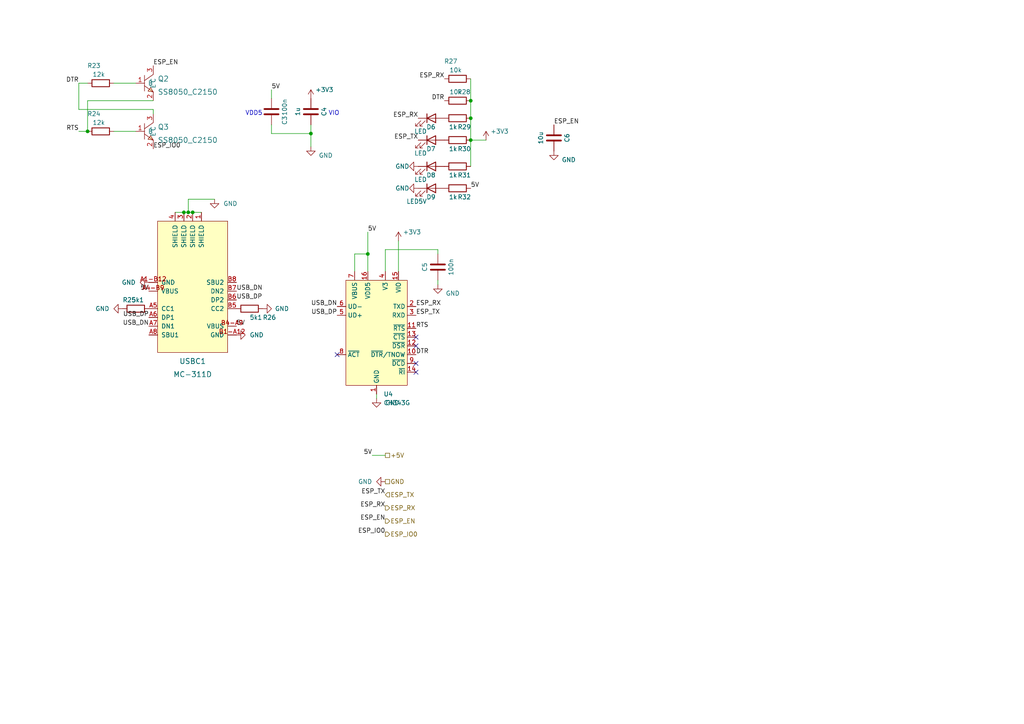
<source format=kicad_sch>
(kicad_sch (version 20230121) (generator eeschema)
  (paper "A4")
  (lib_symbols
    (symbol "Device:C" (pin_numbers hide) (pin_names (offset 0.254))
      (property "Reference" "C" (at 0.635 2.54 0))
      (property "Value" "C" (at 0.635 -2.54 0))
      (symbol "C_0_1"
        (polyline (pts (xy -2.032 -0.762) (xy 2.032 -0.762)) (stroke (width 0.508)))
        (polyline (pts (xy -2.032 0.762) (xy 2.032 0.762)) (stroke (width 0.508)))
      )
      (symbol "C_1_1"
        (pin passive line (at 0 3.81 270) (length 2.794) (name "~") (number "1"))
        (pin passive line (at 0 -3.81 90) (length 2.794) (name "~") (number "2"))
      )
    )
    (symbol "Device:LED" (pin_numbers hide) (pin_names (offset 1.016) hide)
      (property "Reference" "D" (at 0 2.54 0))
      (property "Value" "LED" (at 0 -2.54 0))
      (symbol "LED_0_1"
        (polyline (pts (xy -1.27 -1.27) (xy -1.27 1.27)) (stroke (width 0.254)))
        (polyline (pts (xy -1.27 0) (xy 1.27 0)))
        (polyline (pts (xy 1.27 -1.27) (xy 1.27 1.27) (xy -1.27 0) (xy 1.27 -1.27)) (stroke (width 0.254)))
        (polyline (pts (xy -3.048 -0.762) (xy -4.572 -2.286) (xy -3.81 -2.286) (xy -4.572 -2.286) (xy -4.572 -1.524)))
        (polyline (pts (xy -1.778 -0.762) (xy -3.302 -2.286) (xy -2.54 -2.286) (xy -3.302 -2.286) (xy -3.302 -1.524)))
      )
      (symbol "LED_1_1"
        (pin passive line (at -3.81 0 0) (length 2.54) (name "K") (number "1"))
        (pin passive line (at 3.81 0 180) (length 2.54) (name "A") (number "2"))
      )
    )
    (symbol "Device:R" (pin_numbers hide) (pin_names (offset 0))
      (property "Reference" "R" (at 2.032 0 90))
      (property "Value" "R" (at 0 0 90))
      (symbol "R_0_1"
        (rectangle (start -1.016 -2.54) (end 1.016 2.54) (stroke (width 0.254)))
      )
      (symbol "R_1_1"
        (pin passive line (at 0 3.81 270) (length 1.27) (name "~") (number "1"))
        (pin passive line (at 0 -3.81 90) (length 1.27) (name "~") (number "2"))
      )
    )
    (symbol "SS8050:SS8050_C2150" (pin_names (offset 1.016))
      (property "Reference" "Q?" (at 0 10.16 0))
      (property "Value" "SS8050_C2150" (at 0 -10.16 0))
      (symbol "SS8050_C2150_1_1"
        (polyline (pts (xy -2.54 -0.762) (xy 0 -2.54)))
        (polyline (pts (xy -2.54 2.286) (xy -2.54 -2.286)))
        (polyline (pts (xy 0 2.54) (xy -2.54 0.762)))
        (polyline (pts (xy 0 -2.54) (xy -0.762 -1.27) (xy -1.524 -2.286) (xy 0 -2.54)) (fill (type background)))
        (pin unspecified line (at -5.08 0 0) (length 2.54) (name "B") (number "1"))
        (pin unspecified line (at 0 -5.08 90) (length 2.54) (name "E") (number "2"))
        (pin unspecified line (at 0 5.08 270) (length 2.54) (name "C") (number "3"))
      )
    )
    (symbol "power:+3.3V" (power) (pin_names (offset 0))
      (property "Value" "+3.3V" (at 0 3.556 0))
      (symbol "+3.3V_0_1"
        (polyline (pts (xy -0.762 1.27) (xy 0 2.54)))
        (polyline (pts (xy 0 0) (xy 0 2.54)))
        (polyline (pts (xy 0 2.54) (xy 0.762 1.27)))
      )
      (symbol "+3.3V_1_1"
        (pin power_in line (at 0 0 90) (length 0) hide (name "+3V3") (number "1"))
      )
    )
    (symbol "power:GND" (power) (pin_names (offset 0))
      (property "Value" "GND" (at 0 -3.81 0))
      (symbol "GND_0_1"
        (polyline (pts (xy 0 0) (xy 0 -1.27) (xy 1.27 -1.27) (xy 0 -2.54) (xy -1.27 -1.27) (xy 0 -1.27)))
      )
      (symbol "GND_1_1"
        (pin power_in line (at 0 0 270) (length 0) hide (name "GND") (number "1"))
      )
    )
    (symbol "usb_c_bobby:MC-311D" (pin_names (offset 1.016))
      (property "Reference" "USBC?" (at 0 24.13 0))
      (property "Value" "MC-311D" (at 0 -21.59 0))
      (symbol "MC-311D_1_1"
        (rectangle (start -10.16 16.51) (end 10.16 -21.59) (fill (type background)))
        (pin unspecified line (at 2.54 19.05 270) (length 2.54) (name "SHIELD") (number "1"))
        (pin unspecified line (at 0 19.05 270) (length 2.54) (name "SHIELD") (number "2"))
        (pin unspecified line (at -2.54 19.05 270) (length 2.54) (name "SHIELD") (number "3"))
        (pin unspecified line (at -5.08 19.05 270) (length 2.54) (name "SHIELD") (number "4"))
        (pin unspecified line (at -12.7 -1.27 0) (length 2.54) (name "GND") (number "A1-B12"))
        (pin unspecified line (at -12.7 -3.81 0) (length 2.54) (name "VBUS") (number "A4-B9"))
        (pin unspecified line (at -12.7 -8.89 0) (length 2.54) (name "CC1") (number "A5"))
        (pin unspecified line (at -12.7 -11.43 0) (length 2.54) (name "DP1") (number "A6"))
        (pin unspecified line (at -12.7 -13.97 0) (length 2.54) (name "DN1") (number "A7"))
        (pin unspecified line (at -12.7 -16.51 0) (length 2.54) (name "SBU1") (number "A8"))
        (pin unspecified line (at 12.7 -16.51 180) (length 2.54) (name "GND") (number "B1-A12"))
        (pin unspecified line (at 12.7 -13.97 180) (length 2.54) (name "VBUS") (number "B4-A9"))
        (pin unspecified line (at 12.7 -8.89 180) (length 2.54) (name "CC2") (number "B5"))
        (pin unspecified line (at 12.7 -6.35 180) (length 2.54) (name "DP2") (number "B6"))
        (pin unspecified line (at 12.7 -3.81 180) (length 2.54) (name "DN2") (number "B7"))
        (pin unspecified line (at 12.7 -1.27 180) (length 2.54) (name "SBU2") (number "B8"))
      )
    )
    (symbol "wch-usb-uart:CH343G"
      (property "Reference" "U" (at 6.35 -17.78 0))
      (property "Value" "CH343G" (at 6.35 -20.32 0))
      (symbol "CH343G_0_1"
        (rectangle (start -8.89 15.24) (end 8.89 -15.24) (stroke (width 0.1524)) (fill (type background)))
      )
      (symbol "CH343G_1_1"
        (pin passive line (at 0 -17.78 90) (length 2.54) (name "GND") (number "1"))
        (pin output line (at 11.43 -6.35 180) (length 2.54) (name "~{DTR}/TNOW") (number "10"))
        (pin output line (at 11.43 1.27 180) (length 2.54) (name "~{RTS}") (number "11"))
        (pin input line (at 11.43 -3.81 180) (length 2.54) (name "~{DSR}") (number "12"))
        (pin input line (at 11.43 -1.27 180) (length 2.54) (name "~{CTS}") (number "13"))
        (pin input line (at 11.43 -11.43 180) (length 2.54) (name "~{RI}") (number "14"))
        (pin power_in line (at 6.35 17.78 270) (length 2.54) (name "VIO") (number "15"))
        (pin power_in line (at -2.54 17.78 270) (length 2.54) (name "VDD5") (number "16"))
        (pin output line (at 11.43 7.62 180) (length 2.54) (name "TXD") (number "2"))
        (pin input line (at 11.43 5.08 180) (length 2.54) (name "RXD") (number "3"))
        (pin power_in line (at 2.54 17.78 270) (length 2.54) (name "V3") (number "4"))
        (pin bidirectional line (at -11.43 5.08 0) (length 2.54) (name "UD+") (number "5"))
        (pin bidirectional line (at -11.43 7.62 0) (length 2.54) (name "UD-") (number "6"))
        (pin input line (at -6.35 17.78 270) (length 2.54) (name "VBUS") (number "7"))
        (pin output line (at -11.43 -6.35 0) (length 2.54) (name "~{ACT}") (number "8"))
        (pin input line (at 11.43 -8.89 180) (length 2.54) (name "~{DCD}") (number "9"))
      )
    )
  )
  (junction (at 90.17 38.735))
  (junction (at 136.525 40.64))
  (junction (at 55.88 61.595))
  (junction (at 136.525 29.21))
  (junction (at 54.61 61.595))
  (junction (at 136.525 34.29))
  (junction (at 25.4 38.1))
  (junction (at 106.68 73.66))
  (junction (at 53.34 61.595))
  (no_connect (at 120.65 107.95))
  (no_connect (at 120.65 105.41))
  (no_connect (at 120.65 97.79))
  (no_connect (at 120.65 100.33))
  (no_connect (at 97.79 102.87))
  (wire (pts (xy 111.76 72.39) (xy 127 72.39)))
  (wire (pts (xy 106.68 67.31) (xy 106.68 73.66)))
  (wire (pts (xy 22.86 24.13) (xy 22.86 31.75)))
  (wire (pts (xy 102.87 73.66) (xy 102.87 78.74)))
  (wire (pts (xy 115.57 69.85) (xy 115.57 78.74)))
  (wire (pts (xy 78.74 26.035) (xy 78.74 28.575)))
  (wire (pts (xy 33.02 38.1) (xy 39.37 38.1)))
  (wire (pts (xy 22.86 31.75) (xy 44.45 31.75)))
  (wire (pts (xy 44.45 29.21) (xy 25.4 29.21)))
  (wire (pts (xy 90.17 38.735) (xy 90.17 42.545)))
  (wire (pts (xy 53.34 61.595) (xy 50.8 61.595)))
  (wire (pts (xy 127 72.39) (xy 127 73.66)))
  (wire (pts (xy 44.45 31.75) (xy 44.45 33.02)))
  (wire (pts (xy 25.4 29.21) (xy 25.4 38.1)))
  (wire (pts (xy 109.22 114.3) (xy 109.22 115.57)))
  (wire (pts (xy 54.61 57.785) (xy 54.61 61.595)))
  (wire (pts (xy 107.95 132.08) (xy 111.76 132.08)))
  (wire (pts (xy 127 81.28) (xy 127 82.55)))
  (wire (pts (xy 33.02 24.13) (xy 39.37 24.13)))
  (wire (pts (xy 54.61 61.595) (xy 53.34 61.595)))
  (wire (pts (xy 55.88 61.595) (xy 58.42 61.595)))
  (wire (pts (xy 22.86 38.1) (xy 25.4 38.1)))
  (wire (pts (xy 78.74 38.735) (xy 90.17 38.735)))
  (wire (pts (xy 106.68 73.66) (xy 106.68 78.74)))
  (wire (pts (xy 22.86 24.13) (xy 25.4 24.13)))
  (wire (pts (xy 136.525 22.86) (xy 136.525 29.21)))
  (wire (pts (xy 111.76 72.39) (xy 111.76 78.74)))
  (wire (pts (xy 106.68 73.66) (xy 102.87 73.66)))
  (wire (pts (xy 54.61 57.785) (xy 62.23 57.785)))
  (wire (pts (xy 136.525 40.64) (xy 136.525 48.26)))
  (wire (pts (xy 136.525 40.64) (xy 140.97 40.64)))
  (wire (pts (xy 136.525 29.21) (xy 136.525 34.29)))
  (wire (pts (xy 90.17 36.195) (xy 90.17 38.735)))
  (wire (pts (xy 136.525 34.29) (xy 136.525 40.64)))
  (wire (pts (xy 78.74 36.195) (xy 78.74 38.735)))
  (wire (pts (xy 54.61 61.595) (xy 55.88 61.595)))
  (text "VDD5" (at 71.12 33.655 0) (effects (font (size 1.27 1.27)) (justify left bottom)))
  (text "VIO" (at 95.25 33.655 0) (effects (font (size 1.27 1.27)) (justify left bottom)))
  (label "ESP_RX" (at 128.905 22.86 180))
  (label "ESP_TX" (at 121.285 40.64 180))
  (label "DTR" (at 120.65 102.87 0))
  (label "ESP_EN" (at 111.76 151.13 180))
  (label "ESP_TX" (at 120.65 91.44 0))
  (label "ESP_RX" (at 111.76 147.32 180))
  (label "ESP_RX" (at 121.285 34.29 180))
  (label "ESP_RX" (at 120.65 88.9 0))
  (label "ESP_EN" (at 44.45 19.05 0))
  (label "USB_DP" (at 97.79 91.44 180))
  (label "5V" (at 136.525 54.61 0))
  (label "ESP_TX" (at 111.76 143.51 180))
  (label "5V" (at 68.58 94.615 0))
  (label "RTS" (at 120.65 95.25 0))
  (label "5V" (at 43.18 84.455 180))
  (label "DTR" (at 128.905 29.21 180))
  (label "USB_DN" (at 68.58 84.455 0))
  (label "USB_DP" (at 43.18 92.075 180))
  (label "5V" (at 106.68 67.31 0))
  (label "RTS" (at 22.86 38.1 180))
  (label "ESP_IO0" (at 111.76 154.94 180))
  (label "ESP_IO0" (at 44.45 43.18 0))
  (label "ESP_EN" (at 160.655 36.195 0))
  (label "5V" (at 107.95 132.08 180))
  (label "5V" (at 78.74 26.035 0))
  (label "USB_DP" (at 68.58 86.995 0))
  (label "USB_DN" (at 97.79 88.9 180))
  (label "USB_DN" (at 43.18 94.615 180))
  (label "DTR" (at 22.86 24.13 180))
  (hierarchical_label "ESP_TX" (shape input) (at 111.76 143.51 0))
  (hierarchical_label "ESP_IO0" (shape output) (at 111.76 154.94 0))
  (hierarchical_label "ESP_RX" (shape output) (at 111.76 147.32 0))
  (hierarchical_label "ESP_EN" (shape output) (at 111.76 151.13 0))
  (hierarchical_label "+5V" (shape passive) (at 111.76 132.08 0))
  (hierarchical_label "GND" (shape passive) (at 111.76 139.7 0))
  (symbol (lib_id "Device:R") (at 132.715 40.64 270) (unit 1)
    (property "Reference" "R30" (at 132.715 43.18 90) (effects (justify left)))
    (property "Value" "1k" (at 130.175 43.18 90) (effects (justify left)))
    (property "Footprint" "Resistor_SMD:R_0402_1005Metric" (effects hide))
    (property "LCSC Part #" "C11702" (effects hide))
    (instances (project "obs-studio-controller" (path "" (reference "R30") (unit 1))) (project "boardcomputer-reinvented" (path "" (reference "R8") (unit 1)) (path "" (reference "R19") (unit 1))))
  )
  (symbol (lib_id "power:+3.3V") (at 140.97 40.64 0) (unit 1)
    (property "Reference" "#PWR0134" (effects hide))
    (property "Value" "+3.3V" (at 142.24 38.1 0) (effects (justify left)))
    (instances (project "obs-studio-controller" (path "" (reference "#PWR0134") (unit 1))) (project "boardcomputer-reinvented" (path "" (reference "#PWR014") (unit 1)) (path "" (reference "#PWR034") (unit 1))))
  )
  (symbol (lib_id "Device:LED") (at 125.095 48.26 0) (unit 1)
    (property "Reference" "D8" (at 126.365 50.8 0) (effects (justify right)))
    (property "Value" "LED" (at 123.825 52.07 0) (effects (justify right)))
    (property "Footprint" "LED_SMD:LED_0603_1608Metric" (effects hide))
    (property "LCSC Part #" "C2286" (effects hide))
    (instances (project "obs-studio-controller" (path "" (reference "D8") (unit 1))) (project "boardcomputer-reinvented" (path "" (reference "D3") (unit 1)) (path "" (reference "D7") (unit 1))))
  )
  (symbol (lib_id "Device:C") (at 160.655 40.005 180) (unit 1)
    (property "Reference" "C6" (at 164.465 40.005 90))
    (property "Value" "10u" (at 156.845 40.005 90))
    (property "Footprint" "Capacitor_SMD:C_0603_1608Metric" (effects hide))
    (property "LCSC Part #" "C96446" (effects hide))
    (instances (project "obs-studio-controller" (path "" (reference "C6") (unit 1))) (project "boardcomputer-reinvented" (path "" (reference "C4") (unit 1)) (path "" (reference "C10") (unit 1))))
  )
  (symbol (lib_id "Device:R") (at 132.715 22.86 90) (unit 1)
    (property "Reference" "R27" (at 132.715 17.78 90) (effects (justify left)))
    (property "Value" "10k" (at 133.985 20.32 90) (effects (justify left)))
    (property "Footprint" "Resistor_SMD:R_0402_1005Metric" (effects hide))
    (property "LCSC Part #" "C25744" (effects hide))
    (instances (project "obs-studio-controller" (path "" (reference "R27") (unit 1))) (project "boardcomputer-reinvented" (path "" (reference "R5") (unit 1)) (path "" (reference "R16") (unit 1))))
  )
  (symbol (lib_id "Device:LED") (at 125.095 54.61 0) (unit 1)
    (property "Reference" "D9" (at 126.365 57.15 0) (effects (justify right)))
    (property "Value" "LED5V" (at 123.825 58.42 0) (effects (justify right)))
    (property "Footprint" "LED_SMD:LED_0603_1608Metric" (effects hide))
    (property "LCSC Part #" "C72043" (effects hide))
    (instances (project "obs-studio-controller" (path "" (reference "D9") (unit 1))) (project "boardcomputer-reinvented" (path "" (reference "D4") (unit 1)) (path "" (reference "D8") (unit 1))))
  )
  (symbol (lib_id "power:GND") (at 111.76 139.7 270) (unit 1)
    (property "Reference" "#PWR0127" (effects hide))
    (property "Value" "GND" (at 107.95 139.7 90) (effects (justify right)))
    (instances (project "obs-studio-controller" (path "" (reference "#PWR0127") (unit 1))) (project "boardcomputer-reinvented" (path "" (reference "#PWR09") (unit 1)) (path "" (reference "#PWR029") (unit 1))))
  )
  (symbol (lib_id "Device:LED") (at 125.095 40.64 0) (unit 1)
    (property "Reference" "D7" (at 126.365 43.18 0) (effects (justify right)))
    (property "Value" "LED" (at 123.825 44.45 0) (effects (justify right)))
    (property "Footprint" "LED_SMD:LED_0603_1608Metric" (effects hide))
    (property "LCSC Part #" "C72041" (effects hide))
    (instances (project "obs-studio-controller" (path "" (reference "D7") (unit 1))) (project "boardcomputer-reinvented" (path "" (reference "D2") (unit 1)) (path "" (reference "D6") (unit 1))))
  )
  (symbol (lib_id "power:+3.3V") (at 90.17 28.575 0) (unit 1)
    (property "Reference" "#PWR0142" (effects hide))
    (property "Value" "+3.3V" (at 91.44 26.035 0) (effects (justify left)))
    (instances (project "obs-studio-controller" (path "" (reference "#PWR0142") (unit 1))) (project "boardcomputer-reinvented" (path "" (reference "#PWR06") (unit 1)) (path "" (reference "#PWR026") (unit 1))))
  )
  (symbol (lib_id "Device:R") (at 132.715 48.26 270) (unit 1)
    (property "Reference" "R31" (at 132.715 50.8 90) (effects (justify left)))
    (property "Value" "1k" (at 130.175 50.8 90) (effects (justify left)))
    (property "Footprint" "Resistor_SMD:R_0402_1005Metric" (effects hide))
    (property "LCSC Part #" "C11702" (effects hide))
    (instances (project "obs-studio-controller" (path "" (reference "R31") (unit 1))) (project "boardcomputer-reinvented" (path "" (reference "R9") (unit 1)) (path "" (reference "R20") (unit 1))))
  )
  (symbol (lib_id "power:GND") (at 121.285 48.26 270) (unit 1)
    (property "Reference" "#PWR0125" (effects hide))
    (property "Value" "GND" (at 118.745 48.26 90) (effects (justify right)))
    (instances (project "obs-studio-controller" (path "" (reference "#PWR0125") (unit 1))) (project "boardcomputer-reinvented" (path "" (reference "#PWR011") (unit 1)) (path "" (reference "#PWR031") (unit 1))))
  )
  (symbol (lib_id "Device:C") (at 90.17 32.385 180) (unit 1)
    (property "Reference" "C4" (at 93.98 32.385 90))
    (property "Value" "1u" (at 86.36 32.385 90))
    (property "Footprint" "Capacitor_SMD:C_0603_1608Metric" (effects hide))
    (property "LCSC Part #" "C15849" (effects hide))
    (instances (project "obs-studio-controller" (path "" (reference "C4") (unit 1))) (project "boardcomputer-reinvented" (path "" (reference "C2") (unit 1)) (path "" (reference "C8") (unit 1))))
  )
  (symbol (lib_id "Device:R") (at 132.715 29.21 90) (unit 1)
    (property "Reference" "R28" (at 136.525 26.67 90) (effects (justify left)))
    (property "Value" "10k" (at 133.985 26.67 90) (effects (justify left)))
    (property "Footprint" "Resistor_SMD:R_0402_1005Metric" (effects hide))
    (property "LCSC Part #" "C25744" (effects hide))
    (instances (project "obs-studio-controller" (path "" (reference "R28") (unit 1))) (project "boardcomputer-reinvented" (path "" (reference "R6") (unit 1)) (path "" (reference "R17") (unit 1))))
  )
  (symbol (lib_id "Device:R") (at 29.21 38.1 90) (unit 1)
    (property "Reference" "R24" (at 29.21 33.02 90) (effects (justify left)))
    (property "Value" "12k" (at 30.48 35.56 90) (effects (justify left)))
    (property "Footprint" "Resistor_SMD:R_0402_1005Metric" (effects hide))
    (property "LCSC Part #" "C25752" (effects hide))
    (instances (project "obs-studio-controller" (path "" (reference "R24") (unit 1))) (project "boardcomputer-reinvented" (path "" (reference "R2") (unit 1)) (path "" (reference "R13") (unit 1))))
  )
  (symbol (lib_id "Device:R") (at 29.21 24.13 90) (unit 1)
    (property "Reference" "R23" (at 29.21 19.05 90) (effects (justify left)))
    (property "Value" "12k" (at 30.48 21.59 90) (effects (justify left)))
    (property "Footprint" "Resistor_SMD:R_0402_1005Metric" (effects hide))
    (property "LCSC Part #" "C25752" (effects hide))
    (instances (project "obs-studio-controller" (path "" (reference "R23") (unit 1))) (project "boardcomputer-reinvented" (path "" (reference "R1") (unit 1)) (path "" (reference "R12") (unit 1))))
  )
  (symbol (lib_id "Device:R") (at 132.715 34.29 270) (unit 1)
    (property "Reference" "R29" (at 132.715 36.83 90) (effects (justify left)))
    (property "Value" "1k" (at 130.175 36.83 90) (effects (justify left)))
    (property "Footprint" "Resistor_SMD:R_0402_1005Metric" (effects hide))
    (property "LCSC Part #" "C11702" (effects hide))
    (instances (project "obs-studio-controller" (path "" (reference "R29") (unit 1))) (project "boardcomputer-reinvented" (path "" (reference "R7") (unit 1)) (path "" (reference "R18") (unit 1))))
  )
  (symbol (lib_id "power:GND") (at 90.17 42.545 0) (unit 1)
    (property "Reference" "#PWR0122" (effects hide))
    (property "Value" "GND" (at 96.52 45.085 0) (effects (justify right)))
    (instances (project "obs-studio-controller" (path "" (reference "#PWR0122") (unit 1))) (project "boardcomputer-reinvented" (path "" (reference "#PWR07") (unit 1)) (path "" (reference "#PWR027") (unit 1))))
  )
  (symbol (lib_id "power:GND") (at 127 82.55 0) (unit 1)
    (property "Reference" "#PWR0126" (effects hide))
    (property "Value" "GND" (at 133.35 85.09 0) (effects (justify right)))
    (instances (project "obs-studio-controller" (path "" (reference "#PWR0126") (unit 1))) (project "boardcomputer-reinvented" (path "" (reference "#PWR013") (unit 1)) (path "" (reference "#PWR033") (unit 1))))
  )
  (symbol (lib_id "power:+3.3V") (at 115.57 69.85 0) (unit 1)
    (property "Reference" "#PWR0115" (effects hide))
    (property "Value" "+3.3V" (at 116.84 67.31 0) (effects (justify left)))
    (instances (project "obs-studio-controller" (path "" (reference "#PWR0115") (unit 1))) (project "boardcomputer-reinvented" (path "" (reference "#PWR010") (unit 1)) (path "" (reference "#PWR030") (unit 1))))
  )
  (symbol (lib_id "Device:R") (at 39.37 89.535 270) (unit 1)
    (property "Reference" "R25" (at 35.56 86.995 90) (effects (justify left)))
    (property "Value" "5k1" (at 38.1 86.995 90) (effects (justify left)))
    (property "Footprint" "Resistor_SMD:R_0402_1005Metric" (effects hide))
    (property "LCSC Part #" "C25905" (effects hide))
    (instances (project "obs-studio-controller" (path "" (reference "R25") (unit 1))) (project "boardcomputer-reinvented" (path "" (reference "R3") (unit 1)) (path "" (reference "R14") (unit 1))))
  )
  (symbol (lib_id "SS8050:SS8050_C2150") (at 44.45 38.1 0) (unit 1)
    (property "Reference" "Q3" (at 45.72 36.83 0) (effects (font (size 1.524 1.524)) (justify left)))
    (property "Value" "SS8050_C2150" (at 45.72 40.64 0) (effects (font (size 1.524 1.524)) (justify left)))
    (property "Footprint" "Package_TO_SOT_SMD:TSOT-23" (effects hide))
    (property "Datasheet" "https://lcsc.com/product-detail/Transistors-NPN-PNP_SS8050-Y1-200-350_C2150.html" (effects hide))
    (property "Manufacturer" "CJ" (effects hide))
    (property "JLC Part" "Basic Part" (effects hide))
    (property "LCSC Part #" "C2150" (effects hide))
    (instances (project "obs-studio-controller" (path "" (reference "Q3") (unit 1))) (project "boardcomputer-reinvented" (path "" (reference "Q2") (unit 1)) (path "" (reference "Q4") (unit 1))))
  )
  (symbol (lib_id "power:GND") (at 121.285 54.61 270) (unit 1)
    (property "Reference" "#PWR0124" (effects hide))
    (property "Value" "GND" (at 118.745 54.61 90) (effects (justify right)))
    (instances (project "obs-studio-controller" (path "" (reference "#PWR0124") (unit 1))) (project "boardcomputer-reinvented" (path "" (reference "#PWR012") (unit 1)) (path "" (reference "#PWR032") (unit 1))))
  )
  (symbol (lib_id "Device:LED") (at 125.095 34.29 0) (unit 1)
    (property "Reference" "D6" (at 126.365 36.83 0) (effects (justify right)))
    (property "Value" "LED" (at 123.825 38.1 0) (effects (justify right)))
    (property "Footprint" "LED_SMD:LED_0603_1608Metric" (effects hide))
    (property "LCSC Part #" "C2290" (effects hide))
    (instances (project "obs-studio-controller" (path "" (reference "D6") (unit 1))) (project "boardcomputer-reinvented" (path "" (reference "D1") (unit 1)) (path "" (reference "D5") (unit 1))))
  )
  (symbol (lib_id "power:GND") (at 109.22 115.57 0) (unit 1)
    (property "Reference" "#PWR0128" (effects hide))
    (property "Value" "GND" (at 111.76 116.8399 0) (effects (justify left)))
    (instances (project "obs-studio-controller" (path "" (reference "#PWR0128") (unit 1))) (project "boardcomputer-reinvented" (path "" (reference "#PWR08") (unit 1)) (path "" (reference "#PWR028") (unit 1))))
  )
  (symbol (lib_id "Device:C") (at 127 77.47 180) (unit 1)
    (property "Reference" "C5" (at 123.19 77.47 90))
    (property "Value" "100n" (at 130.81 77.47 90))
    (property "Footprint" "Capacitor_SMD:C_0402_1005Metric" (effects hide))
    (property "LCSC Part #" "C1525" (effects hide))
    (instances (project "obs-studio-controller" (path "" (reference "C5") (unit 1))) (project "boardcomputer-reinvented" (path "" (reference "C3") (unit 1)) (path "" (reference "C9") (unit 1))))
  )
  (symbol (lib_id "usb_c_bobby:MC-311D") (at 55.88 80.645 0) (unit 1)
    (property "Reference" "USBC1" (at 55.88 104.775 0) (effects (font (size 1.524 1.524))))
    (property "Value" "MC-311D" (at 55.88 108.585 0) (effects (font (size 1.524 1.524))))
    (property "Footprint" "usb_c:USB-C-SMD_MC-311D" (effects hide))
    (property "Datasheet" "https://lcsc.com/product-detail/USB-Type-C_MC-311D_C136423.html" (effects hide))
    (property "Manufacturer" "SOFNG" (effects hide))
    (property "JLC Part" "Extended Part" (effects hide))
    (property "LCSC Part #" "C136423" (effects hide))
    (instances (project "obs-studio-controller" (path "" (reference "USBC1") (unit 1))) (project "boardcomputer-reinvented" (path "" (reference "USBC1") (unit 1)) (path "" (reference "USBC2") (unit 1))))
  )
  (symbol (lib_id "power:GND") (at 62.23 57.785 0) (unit 1)
    (property "Reference" "#PWR0131" (effects hide))
    (property "Value" "GND" (at 64.77 59.0549 0) (effects (justify left)))
    (instances (project "obs-studio-controller" (path "" (reference "#PWR0131") (unit 1))) (project "boardcomputer-reinvented" (path "" (reference "#PWR03") (unit 1)) (path "" (reference "#PWR023") (unit 1))))
  )
  (symbol (lib_id "Device:R") (at 72.39 89.535 270) (unit 1)
    (property "Reference" "R26" (at 76.2 92.075 90) (effects (justify left)))
    (property "Value" "5k1" (at 72.39 92.075 90) (effects (justify left)))
    (property "Footprint" "Resistor_SMD:R_0402_1005Metric" (effects hide))
    (property "LCSC Part #" "C25905" (effects hide))
    (instances (project "obs-studio-controller" (path "" (reference "R26") (unit 1))) (project "boardcomputer-reinvented" (path "" (reference "R4") (unit 1)) (path "" (reference "R15") (unit 1))))
  )
  (symbol (lib_id "power:GND") (at 160.655 43.815 0) (unit 1)
    (property "Reference" "#PWR0123" (effects hide))
    (property "Value" "GND" (at 167.005 46.355 0) (effects (justify right)))
    (instances (project "obs-studio-controller" (path "" (reference "#PWR0123") (unit 1))) (project "boardcomputer-reinvented" (path "" (reference "#PWR015") (unit 1)) (path "" (reference "#PWR035") (unit 1))))
  )
  (symbol (lib_id "power:GND") (at 35.56 89.535 270) (unit 1)
    (property "Reference" "#PWR0133" (effects hide))
    (property "Value" "GND" (at 31.75 89.5349 90) (effects (justify right)))
    (instances (project "obs-studio-controller" (path "" (reference "#PWR0133") (unit 1))) (project "boardcomputer-reinvented" (path "" (reference "#PWR01") (unit 1)) (path "" (reference "#PWR021") (unit 1))))
  )
  (symbol (lib_id "SS8050:SS8050_C2150") (at 44.45 24.13 0) (unit 1)
    (property "Reference" "Q2" (at 45.72 22.86 0) (effects (font (size 1.524 1.524)) (justify left)))
    (property "Value" "SS8050_C2150" (at 45.72 26.67 0) (effects (font (size 1.524 1.524)) (justify left)))
    (property "Footprint" "Package_TO_SOT_SMD:TSOT-23" (effects hide))
    (property "Datasheet" "https://lcsc.com/product-detail/Transistors-NPN-PNP_SS8050-Y1-200-350_C2150.html" (effects hide))
    (property "Manufacturer" "CJ" (effects hide))
    (property "JLC Part" "Basic Part" (effects hide))
    (property "LCSC Part #" "C2150" (effects hide))
    (instances (project "obs-studio-controller" (path "" (reference "Q2") (unit 1))) (project "boardcomputer-reinvented" (path "" (reference "Q1") (unit 1)) (path "" (reference "Q3") (unit 1))))
  )
  (symbol (lib_id "wch-usb-uart:CH343G") (at 109.22 96.52 0) (unit 1)
    (property "Reference" "U4" (at 111.2394 114.3 0) (effects (justify left)))
    (property "Value" "CH343G" (at 111.2394 116.84 0) (effects (justify left)))
    (property "Footprint" "Package_SO:SOIC-16_3.9x9.9mm_P1.27mm" (effects hide))
    (property "Datasheet" "http://www.wch.cn/downloads/file/307.html" (effects hide))
    (property "LCSC Part #" "C2844153" (effects hide))
    (instances (project "obs-studio-controller" (path "" (reference "U4") (unit 1))) (project "boardcomputer-reinvented" (path "" (reference "U1") (unit 1)) (path "" (reference "U3") (unit 1))))
  )
  (symbol (lib_id "Device:R") (at 132.715 54.61 270) (unit 1)
    (property "Reference" "R32" (at 132.715 57.15 90) (effects (justify left)))
    (property "Value" "1k" (at 130.175 57.15 90) (effects (justify left)))
    (property "Footprint" "Resistor_SMD:R_0402_1005Metric" (effects hide))
    (property "LCSC Part #" "C11702" (effects hide))
    (instances (project "obs-studio-controller" (path "" (reference "R32") (unit 1))) (project "boardcomputer-reinvented" (path "" (reference "R10") (unit 1)) (path "" (reference "R21") (unit 1))))
  )
  (symbol (lib_id "power:GND") (at 76.2 89.535 90) (unit 1)
    (property "Reference" "#PWR0130" (effects hide))
    (property "Value" "GND" (at 83.82 89.535 90) (effects (justify left)))
    (instances (project "obs-studio-controller" (path "" (reference "#PWR0130") (unit 1))) (project "boardcomputer-reinvented" (path "" (reference "#PWR05") (unit 1)) (path "" (reference "#PWR025") (unit 1))))
  )
  (symbol (lib_id "power:GND") (at 68.58 97.155 90) (unit 1)
    (property "Reference" "#PWR0129" (effects hide))
    (property "Value" "GND" (at 72.39 97.1549 90) (effects (justify right)))
    (instances (project "obs-studio-controller" (path "" (reference "#PWR0129") (unit 1))) (project "boardcomputer-reinvented" (path "" (reference "#PWR04") (unit 1)) (path "" (reference "#PWR024") (unit 1))))
  )
  (symbol (lib_id "power:GND") (at 43.18 81.915 270) (unit 1)
    (property "Reference" "#PWR0132" (effects hide))
    (property "Value" "GND" (at 39.37 81.915 90) (effects (justify right)))
    (instances (project "obs-studio-controller" (path "" (reference "#PWR0132") (unit 1))) (project "boardcomputer-reinvented" (path "" (reference "#PWR02") (unit 1)) (path "" (reference "#PWR022") (unit 1))))
  )
  (symbol (lib_id "Device:C") (at 78.74 32.385 180) (unit 1)
    (property "Reference" "C3" (at 82.55 34.925 90))
    (property "Value" "100n" (at 82.55 31.115 90))
    (property "Footprint" "Capacitor_SMD:C_0402_1005Metric" (effects hide))
    (property "LCSC Part #" "C1525" (effects hide))
    (instances (project "obs-studio-controller" (path "" (reference "C3") (unit 1))) (project "boardcomputer-reinvented" (path "" (reference "C1") (unit 1)) (path "" (reference "C7") (unit 1))))
  )
)
</source>
